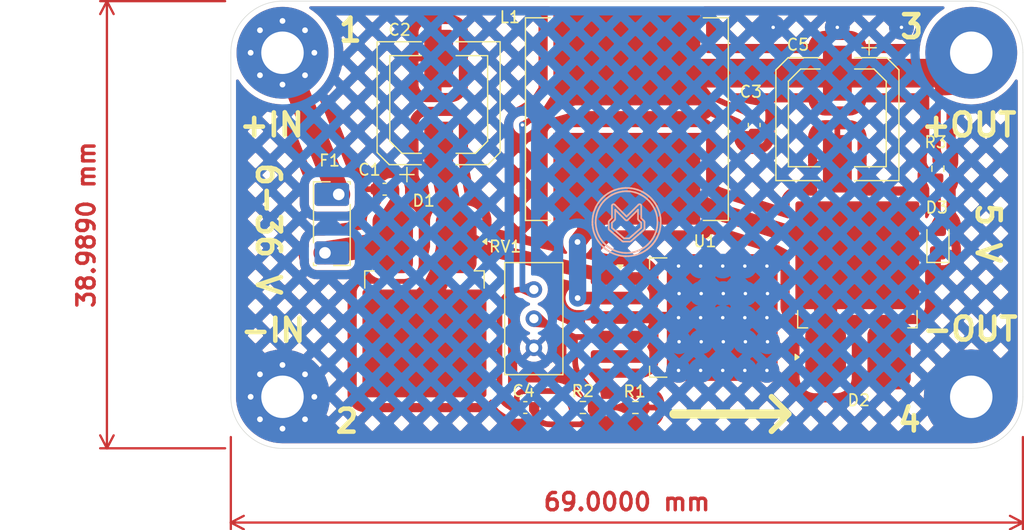
<source format=kicad_pcb>
(kicad_pcb (version 20240108) (generator "pcbnew") (generator_version "8.0")
  (layers (0 "F.Cu" signal) (31 "B.Cu" signal) (34 "B.Paste" user) (35 "F.Paste" user) (36 "B.SilkS" user "B.Silkscreen") (37 "F.SilkS" user "F.Silkscreen") (38 "B.Mask" user) (39 "F.Mask" user) (44 "Edge.Cuts" user))
  (net 0 "")
  (net 1 "P,GND")
  (net 2 "Net-(D1-A)")
  (net 3 "Net-(D1-K)")
  (net 4 "Net-(U1-FB)")
  (net 5 "Net-(D2-K)")
  (net 6 "Net-(D3-A)")
  (net 7 "Net-(F1-Pad1)")
  (net 9 "Net-(C3-Pad1)")
  (footprint "LED_SMD:LED_0805_2012Metric_Pad1.15x1.40mm_HandSolder" (layer "F.Cu") (at 150.373 97.379 90)
    (property "Reference" "D3" (at 2.925 -0.1 180) (layer "F.SilkS"))
    (property "Value" "LED")
    (pad "1" smd roundrect (at -1.025 0 90) (size 1.15 1.4) (layers "F.Cu" "F.Paste" "F.Mask") (roundrect_rratio 0.217391) (net 1 "P,GND"))
    (pad "2" smd roundrect (at 1.025 0 90) (size 1.15 1.4) (layers "F.Cu" "F.Paste" "F.Mask") (roundrect_rratio 0.217391) (net 6 "Net-(D3-A)"))
  )
  (footprint "DCDC:MountingHole_3.7x8mm_Pad_Via" (layer "F.Cu") (at 93.273 80.954)
    (property "Reference" "H1" (hide yes))
    (property "Value" "+IN" (at -0.944 6.295 0) (layer "F.SilkS") (effects (font (size 2 2) (thickness 0.4) (bold yes))))
    (pad "1" thru_hole circle (at -2.775 0) (size 0.8 0.8) (drill 0.5) (layers "*.Cu" "*.Mask") (net 7 "Net-(F1-Pad1)"))
    (pad "1" thru_hole circle (at -1.962221 -1.962221) (size 0.8 0.8) (drill 0.5) (layers "*.Cu" "*.Mask") (net 7 "Net-(F1-Pad1)"))
    (pad "1" thru_hole circle (at -1.962221 1.962221) (size 0.8 0.8) (drill 0.5) (layers "*.Cu" "*.Mask") (net 7 "Net-(F1-Pad1)"))
    (pad "1" thru_hole circle (at 0 -2.775) (size 0.8 0.8) (drill 0.5) (layers "*.Cu" "*.Mask") (net 7 "Net-(F1-Pad1)"))
    (pad "1" thru_hole circle (at 0 0) (size 8 8) (drill 3.7) (layers "*.Cu" "*.Mask") (net 7 "Net-(F1-Pad1)"))
    (pad "1" thru_hole circle (at 0 2.775) (size 0.8 0.8) (drill 0.5) (layers "*.Cu" "*.Mask") (net 7 "Net-(F1-Pad1)"))
    (pad "1" thru_hole circle (at 1.962221 -1.962221) (size 0.8 0.8) (drill 0.5) (layers "*.Cu" "*.Mask") (net 7 "Net-(F1-Pad1)"))
    (pad "1" thru_hole circle (at 1.962221 1.962221) (size 0.8 0.8) (drill 0.5) (layers "*.Cu" "*.Mask") (net 7 "Net-(F1-Pad1)"))
    (pad "1" thru_hole circle (at 2.775 0) (size 0.8 0.8) (drill 0.5) (layers "*.Cu" "*.Mask") (net 7 "Net-(F1-Pad1)"))
  )
  (footprint "DCDC:DPAK_DDPAK" (layer "F.Cu") (at 105.64 104.799 -90)
    (property "Reference" "D1" (at -10.945 0.067 360) (layer "F.SilkS"))
    (property "Value" "STPS20M100SG")
    (pad "1" smd roundrect (at -7.33 -2.765 270) (size 5.4 3.55) (layers "F.Cu" "F.Paste" "F.Mask") (net 3 "Net-(D1-K)"))
    (pad "1" smd roundrect (at 1.5 0 270) (size 9.4 10.8) (layers "F.Cu" "F.Mask") (roundrect_rratio 0.02659574468) (net 3 "Net-(D1-K)"))
    (pad "2" smd roundrect (at -7.345 2.76 270) (size 5.45 3.52) (layers "F.Cu" "F.Paste" "F.Mask") (net 2 "Net-(D1-A)"))
  )
  (footprint "Capacitor_SMD:C_0603_1608Metric" (layer "F.Cu") (at 114.427 111.887)
    (property "Reference" "C4" (at -0.154 -1.433 0) (layer "F.SilkS"))
    (property "Value" "180pF 50V")
    (pad "1" smd roundrect (at -0.775 0) (size 0.9 0.95) (layers "F.Cu" "F.Paste" "F.Mask") (net 9 "Net-(C3-Pad1)"))
    (pad "2" smd roundrect (at 0.775 0) (size 0.9 0.95) (layers "F.Cu" "F.Paste" "F.Mask") (net 4 "Net-(U1-FB)"))
  )
  (footprint "DCDC:CP_Elec_8_10" (layer "F.Cu") (at 141.614 86.741 -90)
    (property "Reference" "C5" (at -6.487 3.441 0) (layer "F.SilkS"))
    (property "Value" "330 uF 35V")
    (pad "1" smd roundrect (at -4.005 0.005 270) (size 4.79 2.51) (layers "F.Cu" "F.Paste" "F.Mask") (roundrect_rratio 0.1) (net 9 "Net-(C3-Pad1)"))
    (pad "2" smd roundrect (at 3.895 0.005 270) (size 5.01 2.51) (layers "F.Cu" "F.Paste" "F.Mask") (roundrect_rratio 0.1) (net 1 "P,GND"))
  )
  (footprint "DCDC:DPAK_DDPAK" (layer "F.Cu") (at 143.354 100.112 90)
    (property "Reference" "D2" (at -11.142 0.119 0) (layer "F.SilkS"))
    (property "Value" "STPS20M100SG")
    (pad "1" smd roundrect (at -7.33 -2.765 90) (size 5.4 3.55) (layers "F.Cu" "F.Paste" "F.Mask") (net 5 "Net-(D2-K)"))
    (pad "1" smd roundrect (at 1.5 0 90) (size 9.4 10.8) (layers "F.Cu" "F.Mask") (roundrect_rratio 0.02659574468) (net 5 "Net-(D2-K)"))
    (pad "2" smd roundrect (at -7.345 2.76 90) (size 5.45 3.52) (layers "F.Cu" "F.Paste" "F.Mask") (net 1 "P,GND"))
  )
  (footprint "DCDC:CP_Elec_8_10" (layer "F.Cu") (at 106.873 85.354 90)
    (property "Reference" "C2" (at 6.4 -3.4 180) (layer "F.SilkS"))
    (property "Value" "68 uF 50V")
    (pad "1" smd roundrect (at -4.005 0.005 90) (size 4.79 2.51) (layers "F.Cu" "F.Paste" "F.Mask") (roundrect_rratio 0.1) (net 3 "Net-(D1-K)"))
    (pad "2" smd roundrect (at 3.895 0.005 90) (size 5.01 2.51) (layers "F.Cu" "F.Paste" "F.Mask") (roundrect_rratio 0.1) (net 1 "P,GND"))
  )
  (footprint "DCDC:Fuse_Bourns_MF-R" (layer "F.Cu") (at 98.173 93.304 -90)
    (property "Reference" "F1" (at -2.95 0.8 180) (layer "F.SilkS"))
    (property "Value" "MF-R300, 3.0A")
    (pad "1" thru_hole roundrect (at 0 0 270) (size 2.01 3) (drill 1.01 (offset 0 0.6)) (layers "*.Cu" "*.Mask") (roundrect_rratio 0.1243781095) (net 7 "Net-(F1-Pad1)"))
    (pad "2" thru_hole roundrect (at 5.1 1.2 270) (size 2.01 3) (drill 1.01 (offset 0 -0.6)) (layers "*.Cu" "*.Mask") (roundrect_rratio 0.1243781095) (net 2 "Net-(D1-A)"))
  )
  (footprint "DCDC:ARROW" (layer "F.Cu") (at 127.373 112.454)
    (property "Reference" "ARROW" (hide yes))
    (property "Value" "ARROW" (hide yes))
  )
  (footprint "Capacitor_SMD:C_0603_1608Metric" (layer "F.Cu") (at 102.173 92.854 180)
    (property "Reference" "C1" (at 1.325 1.7 180) (layer "F.SilkS"))
    (property "Value" "10n 50V")
    (pad "1" smd roundrect (at -0.775 0 180) (size 0.9 0.95) (layers "F.Cu" "F.Paste" "F.Mask") (net 2 "Net-(D1-A)"))
    (pad "2" smd roundrect (at 0.775 0 180) (size 0.9 0.95) (layers "F.Cu" "F.Paste" "F.Mask") (net 1 "P,GND"))
  )
  (footprint "DCDC:MountingHole_3.7x8mm_Pad" (layer "F.Cu") (at 153.273 80.954)
    (property "Reference" "H4" (hide yes))
    (property "Value" "+OUT" (at -0.2 6.3 0) (layer "F.SilkS") (effects (font (size 2 2) (thickness 0.4) (bold yes))))
    (pad "1" thru_hole circle (at 0 0) (size 8 8) (drill 3.7) (layers "*.Cu" "*.Mask") (net 9 "Net-(C3-Pad1)"))
  )
  (footprint "Resistor_SMD:R_0603_1608Metric" (layer "F.Cu") (at 124.016 111.887)
    (property "Reference" "R1" (at -0.064 -1.397 0) (layer "F.SilkS"))
    (property "Value" "1K")
    (pad "1" smd roundrect (at -0.825 0) (size 0.8 0.95) (layers "F.Cu" "F.Paste" "F.Mask") (net 4 "Net-(U1-FB)"))
    (pad "2" smd roundrect (at 0.825 0) (size 0.8 0.95) (layers "F.Cu" "F.Paste" "F.Mask") (net 1 "P,GND"))
  )
  (footprint "DCDC:L_10_12.7" (layer "F.Cu") (at 123.273 86.741 90)
    (property "Reference" "L1" (at 8.887 -10.2 180) (layer "F.SilkS"))
    (property "Value" "47uH")
    (pad "1" smd rect (at -5.2 0 90) (size 8 12.8) (layers "F.Cu" "F.Paste" "F.Mask") (net 5 "Net-(D2-K)"))
    (pad "2" smd rect (at 5.2 0 90) (size 8 12.8) (layers "F.Cu" "F.Paste" "F.Mask") (net 9 "Net-(C3-Pad1)"))
  )
  (footprint "DCDC:LOGO" (layer "F.Cu") (at 123.273 95.954)
    (property "Reference" "LOGO" (hide yes))
    (property "Value" "LOGO" (hide yes))
  )
  (footprint "DCDC:MountingHole_3.7x8mm_Pad_Via" (layer "F.Cu") (at 93.273 110.954)
    (property "Reference" "H2" (hide yes))
    (property "Value" "-IN" (at -0.817 -5.798 0) (layer "F.SilkS") (effects (font (size 2 2) (thickness 0.4) (bold yes))))
    (pad "1" thru_hole circle (at -2.775 0) (size 0.8 0.8) (drill 0.5) (layers "*.Cu" "*.Mask") (net 1 "P,GND"))
    (pad "1" thru_hole circle (at -1.962221 -1.962221) (size 0.8 0.8) (drill 0.5) (layers "*.Cu" "*.Mask") (net 1 "P,GND"))
    (pad "1" thru_hole circle (at -1.962221 1.962221) (size 0.8 0.8) (drill 0.5) (layers "*.Cu" "*.Mask") (net 1 "P,GND"))
    (pad "1" thru_hole circle (at 0 -2.775) (size 0.8 0.8) (drill 0.5) (layers "*.Cu" "*.Mask") (net 1 "P,GND"))
    (pad "1" thru_hole circle (at 0 0) (size 8 8) (drill 3.7) (layers "*.Cu" "*.Mask") (net 1 "P,GND"))
    (pad "1" thru_hole circle (at 0 2.775) (size 0.8 0.8) (drill 0.5) (layers "*.Cu" "*.Mask") (net 1 "P,GND"))
    (pad "1" thru_hole circle (at 1.962221 -1.962221) (size 0.8 0.8) (drill 0.5) (layers "*.Cu" "*.Mask") (net 1 "P,GND"))
    (pad "1" thru_hole circle (at 1.962221 1.962221) (size 0.8 0.8) (drill 0.5) (layers "*.Cu" "*.Mask") (net 1 "P,GND"))
    (pad "1" thru_hole circle (at 2.775 0) (size 0.8 0.8) (drill 0.5) (layers "*.Cu" "*.Mask") (net 1 "P,GND"))
  )
  (footprint "DCDC:MountingHole_3.7x8mm_Pad" (layer "F.Cu") (at 153.273 110.954)
    (property "Reference" "H3" (hide yes))
    (property "Value" "-OUT" (at -0.1 -5.9 0) (layer "F.SilkS") (effects (font (size 2 2) (thickness 0.4) (bold yes))))
    (pad "1" thru_hole circle (at 0 0) (size 8 8) (drill 3.7) (layers "*.Cu" "*.Mask") (net 1 "P,GND"))
  )
  (footprint "Potentiometer_THT:Potentiometer_Bourns_3296W_Vertical" (layer "F.Cu") (at 115.173 106.68 -90)
    (property "Reference" "RV1" (at -8.826 2.5 180) (layer "F.SilkS"))
    (property "Value" "10K")
    (pad "1" thru_hole circle (at 0 0 270) (size 1.44 1.44) (drill 0.8) (layers "*.Cu" "*.Mask") (net 1 "P,GND"))
    (pad "2" thru_hole circle (at -2.54 0 270) (size 1.44 1.44) (drill 0.8) (layers "*.Cu" "*.Mask") (net 4 "Net-(U1-FB)"))
    (pad "3" thru_hole circle (at -5.08 0 270) (size 1.44 1.44) (drill 0.8) (layers "*.Cu" "*.Mask") (net 9 "Net-(C3-Pad1)"))
  )
  (footprint "Resistor_SMD:R_0603_1608Metric" (layer "F.Cu") (at 119.444 111.887)
    (property "Reference" "R2" (at 0 -1.43 0) (layer "F.SilkS"))
    (property "Value" "3.09K")
    (pad "1" smd roundrect (at -0.825 0) (size 0.8 0.95) (layers "F.Cu" "F.Paste" "F.Mask") (net 9 "Net-(C3-Pad1)"))
    (pad "2" smd roundrect (at 0.825 0) (size 0.8 0.95) (layers "F.Cu" "F.Paste" "F.Mask") (net 4 "Net-(U1-FB)"))
  )
  (footprint "Resistor_SMD:R_0603_1608Metric" (layer "F.Cu") (at 150.368 91.059 -90)
    (property "Reference" "R3" (at -2.305 0.195 180) (layer "F.SilkS"))
    (property "Value" "200")
    (pad "1" smd roundrect (at -0.825 0 270) (size 0.8 0.95) (layers "F.Cu" "F.Paste" "F.Mask") (net 9 "Net-(C3-Pad1)"))
    (pad "2" smd roundrect (at 0.825 0 270) (size 0.8 0.95) (layers "F.Cu" "F.Paste" "F.Mask") (net 6 "Net-(D3-A)"))
  )
  (footprint "Capacitor_SMD:C_0603_1608Metric" (layer "F.Cu") (at 134.366 87.254 -90)
    (property "Reference" "C3" (at -2.9 0.293 180) (layer "F.SilkS"))
    (property "Value" "10n 50V")
    (pad "1" smd roundrect (at -0.775 0 270) (size 0.9 0.95) (layers "F.Cu" "F.Paste" "F.Mask") (net 9 "Net-(C3-Pad1)"))
    (pad "2" smd roundrect (at 0.775 0 270) (size 0.9 0.95) (layers "F.Cu" "F.Paste" "F.Mask") (net 1 "P,GND"))
  )
  (footprint "DCDC:LM2596S" (layer "F.Cu") (at 130.078 104.042)
    (property "Reference" "U1" (at 0 -6.65 0) (layer "F.SilkS"))
    (property "Value" "LM2596S")
    (pad "1" smd roundrect (at -7.65 -3.4) (size 4.6 1.1) (layers "F.Cu" "F.Paste" "F.Mask") (roundrect_rratio 0.227273) (net 3 "Net-(D1-K)"))
    (pad "2" smd roundrect (at -7.65 -1.7) (size 4.6 1.1) (layers "F.Cu" "F.Paste" "F.Mask") (roundrect_rratio 0.227273) (net 5 "Net-(D2-K)"))
    (pad "3" smd roundrect (at -7.65 0) (size 4.6 1.1) (layers "F.Cu" "F.Paste" "F.Mask") (roundrect_rratio 0.227273) (net 1 "P,GND"))
    (pad "3" smd roundrect (at 1.5 0) (size 9.4 10.8) (layers "F.Cu" "F.Paste" "F.Mask") (roundrect_rratio 0.026596) (net 1 "P,GND"))
    (pad "4" smd roundrect (at -7.65 1.7) (size 4.6 1.1) (layers "F.Cu" "F.Paste" "F.Mask") (roundrect_rratio 0.227273) (net 4 "Net-(U1-FB)"))
    (pad "5" smd roundrect (at -7.65 3.4) (size 4.6 1.1) (layers "F.Cu" "F.Paste" "F.Mask") (roundrect_rratio 0.227273))
  )
  (gr_arc (start 157.773 110.954) (mid 156.454981 114.135981) (end 153.273 115.454) (stroke (width 0.05)) (layer "Edge.Cuts"))
  (gr_line (start 93.273 76.454) (end 153.273 76.454) (stroke (width 0.05)) (layer "Edge.Cuts"))
  (gr_line (start 157.773 110.954) (end 157.773 80.954) (stroke (width 0.05)) (layer "Edge.Cuts"))
  (gr_arc (start 88.773 80.954) (mid 90.091019 77.772019) (end 93.273 76.454) (stroke (width 0.05)) (layer "Edge.Cuts"))
  (gr_arc (start 93.273 115.454) (mid 90.091019 114.135981) (end 88.773 110.954) (stroke (width 0.05)) (layer "Edge.Cuts"))
  (gr_arc (start 153.273 76.454) (mid 156.454981 77.772019) (end 157.773 80.954) (stroke (width 0.05)) (layer "Edge.Cuts"))
  (gr_line (start 93.273 115.454) (end 153.273 115.454) (stroke (width 0.05)) (layer "Edge.Cuts"))
  (gr_line (start 88.773 110.954) (end 88.773 80.954) (stroke (width 0.05)) (layer "Edge.Cuts"))
  (gr_text "5 V" (at 153.573 93.854 270) (layer "F.SilkS") (effects (font (size 2 2) (thickness 0.4) (bold yes)) (justify left bottom)))
  (gr_text "6-36 V" (at 90.873 90.354 270) (layer "F.SilkS") (effects (font (size 2 2) (thickness 0.4) (bold yes)) (justify left bottom)))
  (gr_text "2" (at 97.673 114.254 0) (layer "F.SilkS") (effects (font (size 2 2) (thickness 0.4) (bold yes)) (justify left bottom)))
  (gr_text "4" (at 146.673 114.154 0) (layer "F.SilkS") (effects (font (size 2 2) (thickness 0.4) (bold yes)) (justify left bottom)))
  (gr_text "3" (at 146.873 79.854 0) (layer "F.SilkS") (effects (font (size 2 2) (thickness 0.4) (bold yes)) (justify left bottom)))
  (gr_text "1" (at 97.973 80.154 0) (layer "F.SilkS") (effects (font (size 2 2) (thickness 0.4) (bold yes)) (justify left bottom)))
  (dimension (type aligned) (layer "F.Cu") (pts (xy 88.773 113.963) (xy 157.773 113.963)) (height 7.957) (gr_text "69,0000 mm" (at 123.273 120.12 0) (layer "F.Cu") (effects (font (size 1.5 1.5) (thickness 0.3)))) (format (prefix "") (suffix "") (units 3) (units_format 1) (precision 4)) (style (thickness 0.2) (arrow_length 1.27) (text_position_mode 0) (extension_height 0.58642) (extension_offset 0.5) keep_text_aligned))
  (dimension (type aligned) (layer "F.Cu") (pts (xy 88.773 76.454) (xy 88.773 115.443)) (height 10.795) (gr_text "38,9890 mm" (at 76.178 95.9485 90) (layer "F.Cu") (effects (font (size 1.5 1.5) (thickness 0.3)))) (format (prefix "") (suffix "") (units 3) (units_format 1) (precision 4)) (style (thickness 0.2) (arrow_length 1.27) (text_position_mode 0) (extension_height 0.58642) (extension_offset 0.5) keep_text_aligned))
  (segment (start 128.524 104.042) (end 122.428 104.042) (width 1) (layer "F.Cu") (net 1))
  (via (at 127.773 108.654) (size 0.6) (drill 0.3) (layers "F.Cu" "B.Cu") (net 1))
  (via (at 129.698 99.554) (size 0.6) (drill 0.3) (layers "F.Cu" "B.Cu") (net 1))
  (via (at 131.673 101.954) (size 0.6) (drill 0.3) (layers "F.Cu" "B.Cu") (net 1))
  (via (at 133.548 108.654) (size 0.6) (drill 0.3) (layers "F.Cu" "B.Cu") (net 1))
  (via (at 129.748 101.954) (size 0.6) (drill 0.3) (layers "F.Cu" "B.Cu") (net 1))
  (via (at 135.473 99.554) (size 0.6) (drill 0.3) (layers "F.Cu" "B.Cu") (net 1))
  (via (at 129.748 106.154) (size 0.6) (drill 0.3) (layers "F.Cu" "B.Cu") (net 1))
  (via (at 135.523 106.154) (size 0.6) (drill 0.3) (layers "F.Cu" "B.Cu") (net 1))
  (via (at 129.698 104.054) (size 0.6) (drill 0.3) (layers "F.Cu" "B.Cu") (net 1))
  (via (at 133.548 104.054) (size 0.6) (drill 0.3) (layers "F.Cu" "B.Cu") (net 1))
  (via (at 129.698 108.654) (size 0.6) (drill 0.3) (layers "F.Cu" "B.Cu") (net 1))
  (via (at 127.773 104.054) (size 0.6) (drill 0.3) (layers "F.Cu" "B.Cu") (net 1))
  (via (at 133.598 106.154) (size 0.6) (drill 0.3) (layers "F.Cu" "B.Cu") (net 1))
  (via (at 141.605 78.74) (size 0.6) (drill 0.3) (layers "F.Cu" "B.Cu") (net 1))
  (via (at 131.623 108.654) (size 0.6) (drill 0.3) (layers "F.Cu" "B.Cu") (net 1))
  (via (at 131.623 99.554) (size 0.6) (drill 0.3) (layers "F.Cu" "B.Cu") (net 1))
  (via (at 133.548 99.554) (size 0.6) (drill 0.3) (layers "F.Cu" "B.Cu") (net 1))
  (via (at 135.523 101.954) (size 0.6) (drill 0.3) (layers "F.Cu" "B.Cu") (net 1))
  (via (at 133.598 101.954) (size 0.6) (drill 0.3) (layers "F.Cu" "B.Cu") (net 1))
  (via (at 127.823 106.154) (size 0.6) (drill 0.3) (layers "F.Cu" "B.Cu") (net 1))
  (via (at 127.823 101.954) (size 0.6) (drill 0.3) (layers "F.Cu" "B.Cu") (net 1))
  (via (at 127.773 99.554) (size 0.6) (drill 0.3) (layers "F.Cu" "B.Cu") (net 1))
  (via (at 131.673 106.154) (size 0.6) (drill 0.3) (layers "F.Cu" "B.Cu") (net 1))
  (via (at 136.017 78.74) (size 0.6) (drill 0.3) (layers "F.Cu" "B.Cu") (net 1))
  (via (at 135.473 104.054) (size 0.6) (drill 0.3) (layers "F.Cu" "B.Cu") (net 1))
  (via (at 147.193 78.74) (size 0.6) (drill 0.3) (layers "F.Cu" "B.Cu") (net 1))
  (via (at 131.623 104.054) (size 0.6) (drill 0.3) (layers "F.Cu" "B.Cu") (net 1))
  (via (at 135.473 108.654) (size 0.6) (drill 0.3) (layers "F.Cu" "B.Cu") (net 1))
  (segment (start 103.048 96.279) (end 103.048 92.854) (width 0.8) (layer "F.Cu") (net 2))
  (segment (start 96.973 98.404) (end 102.88 97.454) (width 2) (layer "F.Cu") (net 2))
  (segment (start 122.428 100.642) (end 108.405 97.469) (width 1.2) (layer "F.Cu") (net 3))
  (segment (start 108.405 97.469) (end 104.14 106.299) (width 2) (layer "F.Cu") (net 3))
  (segment (start 108.405 97.469) (end 106.878 89.359) (width 2) (layer "F.Cu") (net 3))
  (segment (start 104.14 106.299) (end 107.1001 97.469) (width 0.2) (layer "F.Cu") (net 3))
  (segment (start 120.273 112.654) (end 120.269 111.887) (width 0.5) (layer "F.Cu") (net 4))
  (segment (start 119.884001 110.087203) (end 119.36902 109.469224) (width 0.5) (layer "F.Cu") (net 4))
  (segment (start 118.764346 107.823028) (end 118.745 105.742) (width 0.5) (layer "F.Cu") (net 4))
  (segment (start 116.508582 113.354) (end 119.268388 113.354) (width 0.5) (layer "F.Cu") (net 4))
  (segment (start 120.269 111.887) (end 120.271177 111.161635) (width 0.5) (layer "F.Cu") (net 4))
  (segment (start 118.745 105.742) (end 115.173 104.14) (width 0.5) (layer "F.Cu") (net 4))
  (segment (start 120.269 111.887) (end 123.191 111.887) (width 0.5) (layer "F.Cu") (net 4))
  (segment (start 119.273 113.347719) (end 120.277612 112.654) (width 0.5) (layer "F.Cu") (net 4))
  (segment (start 118.745 105.742) (end 122.428 105.742) (width 0.5) (layer "F.Cu") (net 4))
  (arc (start 119.884001 110.087203) (mid 120.17226 110.590304) (end 120.271177 111.161635) (width 0.5) (layer "F.Cu") (net 4))
  (arc (start 119.36902 109.469224) (mid 118.92424 108.698448) (end 118.764346 107.823028) (width 0.5) (layer "F.Cu") (net 4))
  (arc (start 115.199361 112.020486) (mid 115.574052 112.960223) (end 116.508582 113.347719) (width 0.5) (layer "F.Cu") (net 4))
  (segment (start 122.428 102.342) (end 118.984 102.342) (width 1.1) (layer "F.Cu") (net 5))
  (segment (start 140.589 98.612) (end 140.589 107.442) (width 2) (layer "F.Cu") (net 5))
  (segment (start 131.826 94.996) (end 123.273 91.941) (width 1.5) (layer "F.Cu") (net 5))
  (segment (start 123.273 91.941) (end 118.973 97.454) (width 1.5) (layer "F.Cu") (net 5))
  (segment (start 143.354 98.612) (end 131.826 94.996) (width 1.5) (layer "F.Cu") (net 5))
  (via (at 118.984 102.342) (size 0.9) (drill 0.5) (layers "F.Cu" "B.Cu") (net 5))
  (via (at 118.973 97.454) (size 0.9) (drill 0.5) (layers "F.Cu" "B.Cu") (net 5))
  (segment (start 118.973 97.454) (end 118.984 102.342) (width 1.5) (layer "B.Cu") (net 5))
  (segment (start 150.368 91.884) (end 150.373 96.354) (width 0.5) (layer "F.Cu") (net 6))
  (segment (start 98.173 93.304) (end 93.273 80.954) (width 2) (layer "F.Cu") (net 7))
  (segment (start 150.368 90.234) (end 150.368 82.736) (width 0.5) (layer "F.Cu") (net 9))
  (segment (start 113.662639 111.161005) (end 113.652 111.887) (width 0.5) (layer "F.Cu") (net 9))
  (segment (start 141.609 82.736) (end 124.468 82.736) (width 2.5) (layer "F.Cu") (net 9))
  (segment (start 114.380081 110.454) (end 117.002437 110.454) (width 0.5) (layer "F.Cu") (net 9))
  (segment (start 112.173 110.473489) (end 112.173 103.509159) (width 0.5) (layer "F.Cu") (net 9))
  (segment (start 118.042432 111.013617) (end 118.619 111.887) (width 0.5) (layer "F.Cu") (net 9))
  (segment (start 114.173 87.249) (end 123.273 81.541) (width 0.5) (layer "F.Cu") (net 9))
  (segment (start 114.082159 101.6) (end 115.173 101.6) (width 0.5) (layer "F.Cu") (net 9))
  (segment (start 134.366 86.479) (end 123.273 81.541) (width 0.5) (layer "F.Cu") (net 9))
  (segment (start 141.609 82.736) (end 150.368 82.736) (width 2.5) (layer "F.Cu") (net 9))
  (via (at 114.173 87.249) (size 0.6) (drill 0.3) (layers "F.Cu" "B.Cu") (net 9))
  (arc (start 112.173 103.509159) (mid 112.73218 102.15918) (end 114.082159 101.6) (width 0.5) (layer "F.Cu") (net 9))
  (arc (start 113.652 111.887) (mid 112.610333 111.496406) (end 112.173 110.473489) (width 0.5) (layer "F.Cu") (net 9))
  (arc (start 117.002437 110.454) (mid 117.592937 110.602786) (end 118.042432 111.013617) (width 0.5) (layer "F.Cu") (net 9))
  (arc (start 114.380081 110.454) (mid 113.876449 110.660453) (end 113.662639 111.161005) (width 0.5) (layer "F.Cu") (net 9))
  (segment (start 114.173 101.6) (end 115.173 101.6) (width 0.5) (layer "B.Cu") (net 9))
  (segment (start 114.173 87.249) (end 114.173 101.6) (width 0.5) (layer "B.Cu") (net 9))
  (zone (net 1) (net_name "P,GND") (layers "F&B.Cu") (connect_pads (clearance 0.5)) (min_thickness 0.25) (fill yes (mode hatch) (thermal_gap 0.5) (thermal_bridge_width 0.5) (smoothing chamfer) (radius 0.5) (hatch_thickness 0.8) (hatch_gap 1) (hatch_orientation 45) (hatch_smoothing_level 2) (hatch_smoothing_value 0.1) (hatch_border_algorithm hatch_thickness) (hatch_min_hole_area 0.3))
    (polygon (pts (xy 88.773 76.454) (xy 157.607 76.454) (xy 157.734 115.443) (xy 88.773 115.443)))
  )
)
</source>
